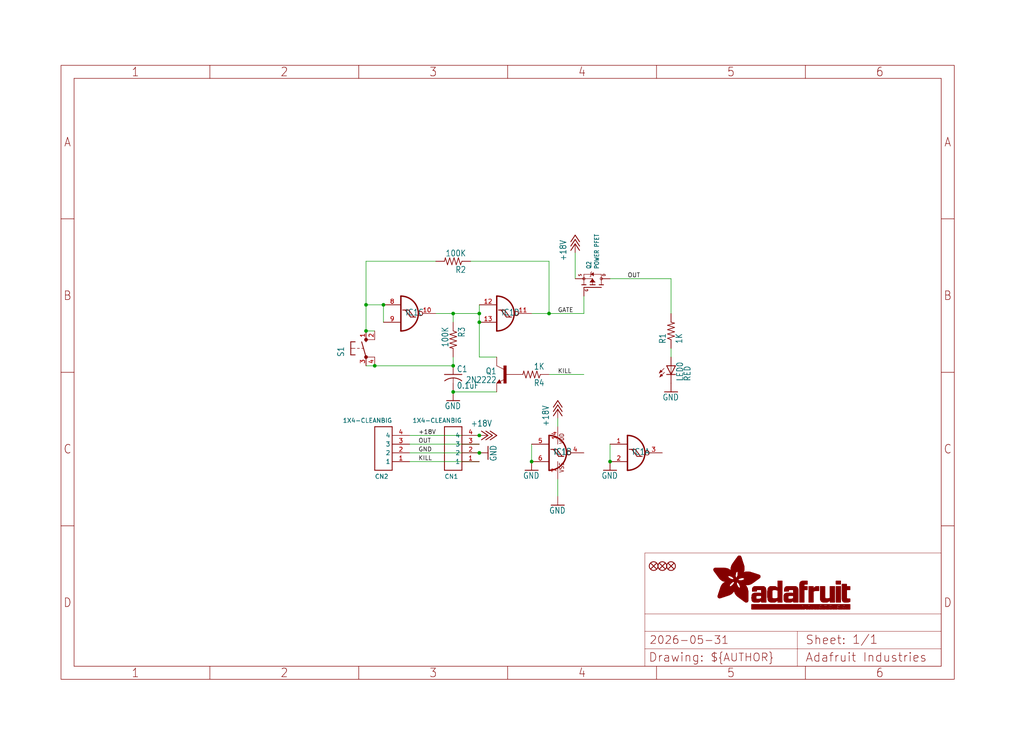
<source format=kicad_sch>
(kicad_sch (version 20230121) (generator eeschema)
  (paper "User" 298.45 217.322)
  (lib_symbols
    (symbol "working-eagle-import:+18V" (power)
      (property "Value" "+18V" (at -2.54 -5.08 90))
      (symbol "+18V_1_0"
        (pin power_in line (at 0 -2.54 90) (length 2.54) (name "+18V") (number "1"))
      )
    )
    (symbol "working-eagle-import:-NPN-SOT23-BEC"
      (property "Reference" "T" (at -10.16 7.62 0))
      (symbol "-NPN-SOT23-BEC_1_0"
        (pin passive line (at -2.54 0 0) (length 2.54) (name "B") (number "B"))
        (pin passive line (at 2.54 5.08 270) (length 2.54) (name "C") (number "C"))
        (pin passive line (at 2.54 -5.08 90) (length 2.54) (name "E") (number "E"))
      )
    )
    (symbol "working-eagle-import:1X4-CLEANBIG"
      (property "Reference" "CN" (at 5.08 7.62 0))
      (symbol "1X4-CLEANBIG_1_0"
        (pin bidirectional line (at -5.08 2.54 0) (length 5.08) (name "1") (number "1"))
        (pin bidirectional line (at -5.08 0 0) (length 5.08) (name "2") (number "2"))
        (pin bidirectional line (at -5.08 -2.54 0) (length 5.08) (name "3") (number "3"))
        (pin bidirectional line (at -5.08 -5.08 0) (length 5.08) (name "4") (number "4"))
      )
    )
    (symbol "working-eagle-import:40-XX-ROUND"
      (property "Reference" "S" (at -6.35 -2.54 90))
      (symbol "40-XX-ROUND_1_0"
        (pin passive line (at 0 5.08 270) (length 2.54) (name "S") (number "1"))
        (pin passive line (at 2.54 5.08 270) (length 2.54) (name "S1") (number "2"))
        (pin passive line (at 0 -5.08 90) (length 2.54) (name "P") (number "3"))
        (pin passive line (at 2.54 -5.08 90) (length 2.54) (name "P1") (number "4"))
      )
    )
    (symbol "working-eagle-import:4093DT"
      (property "Reference" "IC" (at -1.27 -0.635 0))
      (symbol "4093DT_1_0"
        (pin input line (at -7.62 2.54 0) (length 5.08) (name "I0") (number "1"))
        (pin input line (at -7.62 -2.54 0) (length 5.08) (name "I1") (number "2"))
        (pin output inverted (at 7.62 0 180) (length 5.08) (name "O") (number "3"))
      )
      (symbol "4093DT_2_0"
        (pin output inverted (at 7.62 0 180) (length 5.08) (name "O") (number "4"))
        (pin input line (at -7.62 2.54 0) (length 5.08) (name "I0") (number "5"))
        (pin input line (at -7.62 -2.54 0) (length 5.08) (name "I1") (number "6"))
      )
      (symbol "4093DT_3_0"
        (pin output inverted (at 7.62 0 180) (length 5.08) (name "O") (number "10"))
        (pin input line (at -7.62 2.54 0) (length 5.08) (name "I0") (number "8"))
        (pin input line (at -7.62 -2.54 0) (length 5.08) (name "I1") (number "9"))
      )
      (symbol "4093DT_4_0"
        (pin output inverted (at 7.62 0 180) (length 5.08) (name "O") (number "11"))
        (pin input line (at -7.62 2.54 0) (length 5.08) (name "I0") (number "12"))
        (pin input line (at -7.62 -2.54 0) (length 5.08) (name "I1") (number "13"))
      )
      (symbol "4093DT_5_0"
        (text "VDD" (at 1.905 2.54 900) (effects (font (size 1.27 1.0795)) (justify left bottom)))
        (text "VSS" (at 1.905 -5.842 900) (effects (font (size 1.27 1.0795)) (justify left bottom)))
        (pin power_in line (at 0 7.62 270) (length 5.08) (name "VDD") (number "14"))
        (pin power_in line (at 0 -7.62 90) (length 5.08) (name "VSS") (number "7"))
      )
    )
    (symbol "working-eagle-import:C-USC0805"
      (property "Reference" "C" (at 1.016 0.635 0))
      (symbol "C-USC0805_1_0"
        (pin passive line (at 0 2.54 270) (length 2.54) (name "1") (number "1"))
        (pin passive line (at 0 -5.08 90) (length 2.54) (name "2") (number "2"))
      )
    )
    (symbol "working-eagle-import:FIDUCIAL{dblquote}{dblquote}")
    (symbol "working-eagle-import:FRAME_A4_ADAFRUIT"
      (symbol "FRAME_A4_ADAFRUIT_1_0"
        (text "${#}/${##}" (at 230.505 10.16 0) (effects (font (size 2.54 2.54)) (justify left bottom)))
        (text "${AUTHOR}" (at 189.23 5.08 0) (effects (font (size 2.286 2.286)) (justify left bottom)))
        (text "${CURRENT_DATE}" (at 171.45 10.16 0) (effects (font (size 2.286 2.286)) (justify left bottom)))
        (text "${PROJECTNAME}" (at 171.45 15.24 0) (effects (font (size 2.54 2.54)) (justify left bottom)))
        (text "1" (at 21.6958 1.905 0) (effects (font (size 2.54 2.286))))
        (text "1" (at 21.6958 177.165 0) (effects (font (size 2.54 2.286))))
        (text "2" (at 65.0875 1.905 0) (effects (font (size 2.54 2.286))))
        (text "2" (at 65.0875 177.165 0) (effects (font (size 2.54 2.286))))
        (text "3" (at 108.4792 1.905 0) (effects (font (size 2.54 2.286))))
        (text "3" (at 108.4792 177.165 0) (effects (font (size 2.54 2.286))))
        (text "4" (at 151.8708 1.905 0) (effects (font (size 2.54 2.286))))
        (text "4" (at 151.8708 177.165 0) (effects (font (size 2.54 2.286))))
        (text "5" (at 195.2625 1.905 0) (effects (font (size 2.54 2.286))))
        (text "5" (at 195.2625 177.165 0) (effects (font (size 2.54 2.286))))
        (text "6" (at 238.6542 1.905 0) (effects (font (size 2.54 2.286))))
        (text "6" (at 238.6542 177.165 0) (effects (font (size 2.54 2.286))))
        (text "A" (at 1.905 156.6863 0) (effects (font (size 2.54 2.286))))
        (text "A" (at 258.445 156.6863 0) (effects (font (size 2.54 2.286))))
        (text "Adafruit Industries" (at 216.916 4.953 0) (effects (font (size 2.54 2.54)) (justify left bottom)))
        (text "B" (at 1.905 111.9188 0) (effects (font (size 2.54 2.286))))
        (text "B" (at 258.445 111.9188 0) (effects (font (size 2.54 2.286))))
        (text "C" (at 1.905 67.1513 0) (effects (font (size 2.54 2.286))))
        (text "C" (at 258.445 67.1513 0) (effects (font (size 2.54 2.286))))
        (text "D" (at 1.905 22.3838 0) (effects (font (size 2.54 2.286))))
        (text "D" (at 258.445 22.3838 0) (effects (font (size 2.54 2.286))))
        (text "Drawing:" (at 171.196 4.953 0) (effects (font (size 2.54 2.54)) (justify left bottom)))
        (text "Sheet:" (at 216.916 10.033 0) (effects (font (size 2.54 2.54)) (justify left bottom)))
      )
    )
    (symbol "working-eagle-import:GND" (power)
      (property "Value" "GND" (at -2.54 -2.54 0))
      (symbol "GND_1_0"
        (pin power_in line (at 0 2.54 270) (length 2.54) (name "GND") (number "1"))
      )
    )
    (symbol "working-eagle-import:LEDCHIP-LED0805"
      (property "Reference" "LED" (at 3.556 -4.572 90))
      (symbol "LEDCHIP-LED0805_1_0"
        (pin passive line (at 0 2.54 270) (length 2.54) (name "A") (number "A"))
        (pin passive line (at 0 -5.08 90) (length 2.54) (name "C") (number "C"))
      )
    )
    (symbol "working-eagle-import:MOSFET-PWIDE"
      (property "Reference" "Q" (at 2.794 0.381 0))
      (symbol "MOSFET-PWIDE_1_0"
        (text "D" (at 0.635 -3.81 0) (effects (font (size 0.8128 0.6908)) (justify left bottom)))
        (text "G" (at -3.81 1.27 0) (effects (font (size 0.8128 0.6908)) (justify left bottom)))
        (text "S" (at 0.635 3.175 0) (effects (font (size 0.8128 0.6908)) (justify left bottom)))
        (pin passive line (at -5.08 2.54 0) (length 2.54) (name "G") (number "1"))
        (pin passive line (at 0 5.08 270) (length 2.54) (name "S") (number "2"))
        (pin passive line (at 0 -5.08 90) (length 2.54) (name "D") (number "3"))
      )
    )
    (symbol "working-eagle-import:R-US_R0805"
      (property "Reference" "R" (at -3.81 1.4986 0))
      (symbol "R-US_R0805_1_0"
        (pin passive line (at -5.08 0 0) (length 2.54) (name "1") (number "1"))
        (pin passive line (at 5.08 0 180) (length 2.54) (name "2") (number "2"))
      )
    )
    (symbol "working-eagle-import:rcl_R-US_R0805"
      (property "Reference" "R" (at -3.81 1.4986 0))
      (symbol "rcl_R-US_R0805_1_0"
        (pin passive line (at -5.08 0 0) (length 2.54) (name "1") (number "1"))
        (pin passive line (at 5.08 0 180) (length 2.54) (name "2") (number "2"))
      )
    )
  )
  (junction (at 139.7 127))
  (junction (at 139.7 91.44))
  (junction (at 111.76 88.9))
  (junction (at 139.7 93.98))
  (junction (at 160.02 91.44))
  (junction (at 139.7 132.08))
  (junction (at 177.8 134.62))
  (junction (at 109.22 106.68))
  (junction (at 132.08 114.3))
  (junction (at 132.08 91.44))
  (junction (at 132.08 106.68))
  (junction (at 106.68 88.9))
  (junction (at 154.94 134.62))
  (junction (at 106.68 96.52))
  (wire (pts (xy 139.7 104.14) (xy 139.7 93.98)) (stroke (width 0.1524)))
  (wire (pts (xy 106.68 96.52) (xy 109.22 96.52)) (stroke (width 0.1524)))
  (wire (pts (xy 111.76 88.9) (xy 111.76 93.98)) (stroke (width 0.1524)))
  (wire (pts (xy 162.56 139.7) (xy 162.56 144.78)) (stroke (width 0.1524)))
  (wire (pts (xy 160.02 76.2) (xy 160.02 91.44)) (stroke (width 0.1524)))
  (wire (pts (xy 139.7 91.44) (xy 139.7 88.9)) (stroke (width 0.1524)))
  (wire (pts (xy 154.94 134.62) (xy 154.94 129.54)) (stroke (width 0.1524)))
  (wire (pts (xy 127 91.44) (xy 132.08 91.44)) (stroke (width 0.1524)))
  (wire (pts (xy 139.7 93.98) (xy 139.7 91.44)) (stroke (width 0.1524)))
  (wire (pts (xy 119.38 129.54) (xy 139.7 129.54)) (stroke (width 0.1524)))
  (wire (pts (xy 109.22 106.68) (xy 132.08 106.68)) (stroke (width 0.1524)))
  (wire (pts (xy 160.02 109.22) (xy 170.18 109.22)) (stroke (width 0.1524)))
  (wire (pts (xy 195.58 81.28) (xy 195.58 91.44)) (stroke (width 0.1524)))
  (wire (pts (xy 119.38 134.62) (xy 139.7 134.62)) (stroke (width 0.1524)))
  (wire (pts (xy 160.02 91.44) (xy 170.18 91.44)) (stroke (width 0.1524)))
  (wire (pts (xy 119.38 127) (xy 139.7 127)) (stroke (width 0.1524)))
  (wire (pts (xy 111.76 88.9) (xy 106.68 88.9)) (stroke (width 0.1524)))
  (wire (pts (xy 132.08 91.44) (xy 139.7 91.44)) (stroke (width 0.1524)))
  (wire (pts (xy 170.18 91.44) (xy 170.18 86.36)) (stroke (width 0.1524)))
  (wire (pts (xy 195.58 104.14) (xy 195.58 101.6)) (stroke (width 0.1524)))
  (wire (pts (xy 167.64 73.66) (xy 167.64 81.28)) (stroke (width 0.1524)))
  (wire (pts (xy 132.08 114.3) (xy 144.78 114.3)) (stroke (width 0.1524)))
  (wire (pts (xy 162.56 124.46) (xy 162.56 121.92)) (stroke (width 0.1524)))
  (wire (pts (xy 106.68 96.52) (xy 106.68 88.9)) (stroke (width 0.1524)))
  (wire (pts (xy 177.8 81.28) (xy 195.58 81.28)) (stroke (width 0.1524)))
  (wire (pts (xy 132.08 106.68) (xy 132.08 104.14)) (stroke (width 0.1524)))
  (wire (pts (xy 119.38 132.08) (xy 139.7 132.08)) (stroke (width 0.1524)))
  (wire (pts (xy 132.08 91.44) (xy 132.08 93.98)) (stroke (width 0.1524)))
  (wire (pts (xy 144.78 104.14) (xy 139.7 104.14)) (stroke (width 0.1524)))
  (wire (pts (xy 137.16 76.2) (xy 160.02 76.2)) (stroke (width 0.1524)))
  (wire (pts (xy 177.8 129.54) (xy 177.8 134.62)) (stroke (width 0.1524)))
  (wire (pts (xy 106.68 76.2) (xy 127 76.2)) (stroke (width 0.1524)))
  (wire (pts (xy 106.68 88.9) (xy 106.68 76.2)) (stroke (width 0.1524)))
  (wire (pts (xy 106.68 106.68) (xy 109.22 106.68)) (stroke (width 0.1524)))
  (wire (pts (xy 154.94 91.44) (xy 160.02 91.44)) (stroke (width 0.1524)))
  (label "KILL" (at 121.92 134.62 0) (effects (font (size 1.2446 1.2446))))
  (label "OUT" (at 182.88 81.28 0) (effects (font (size 1.2446 1.2446))))
  (label "KILL" (at 162.56 109.22 0) (effects (font (size 1.2446 1.2446))))
  (label "+18V" (at 121.92 127 0) (effects (font (size 1.2446 1.2446))))
  (label "OUT" (at 121.92 129.54 0) (effects (font (size 1.2446 1.2446))))
  (label "GND" (at 121.92 132.08 0) (effects (font (size 1.2446 1.2446))))
  (label "GATE" (at 162.56 91.44 0) (effects (font (size 1.2446 1.2446))))
  (symbol (lib_id "working-eagle-import:4093DT") (at 147.32 91.44 0) (unit 4)
    (property "Reference" "IC1" (at 146.05 92.075 0) (effects (font (size 1.778 1.5113)) (justify left bottom)))
    (property "Value" "4093DT" (effects hide))
    (property "Footprint" "working:MC14093B-TSSOP14" (effects hide))
  )
  (symbol (lib_id "working-eagle-import:rcl_R-US_R0805") (at 132.08 99.06 270) (unit 1)
    (property "Reference" "R3" (at 133.5786 95.25 0) (effects (font (size 1.778 1.5113)) (justify left bottom)))
    (property "Value" "100K" (at 128.778 95.25 0) (effects (font (size 1.778 1.5113)) (justify left bottom)))
    (property "Footprint" "working:R0805" (effects hide))
  )
  (symbol (lib_id "working-eagle-import:1X4-CLEANBIG") (at 114.3 132.08 180) (unit 1)
    (property "Reference" "CN2" (at 109.22 139.7 0) (effects (justify right top)))
    (property "Value" "1X4-CLEANBIG" (at 114.3 121.92 0) (effects (justify left bottom)))
    (property "Footprint" "working:1X04-CLEANBIG" (effects hide))
  )
  (symbol (lib_id "working-eagle-import:FIDUCIAL{dblquote}{dblquote}") (at 195.58 165.1 0) (unit 1)
    (property "Reference" "FID3" (effects hide))
    (property "Value" "FIDUCIAL{dblquote}{dblquote}" (effects hide))
    (property "Footprint" "working:FIDUCIAL_1MM" (effects hide))
  )
  (symbol (lib_id "working-eagle-import:+18V") (at 142.24 127 270) (unit 1)
    (property "Reference" "#P+3" (effects hide))
    (property "Value" "+18V" (at 137.16 124.46 90) (effects (font (size 1.778 1.5113)) (justify left bottom)))
  )
  (symbol (lib_id "working-eagle-import:LEDCHIP-LED0805") (at 195.58 106.68 0) (unit 1)
    (property "Reference" "LED0" (at 199.136 111.252 90) (effects (font (size 1.778 1.5113)) (justify left bottom)))
    (property "Value" "RED" (at 201.295 111.252 90) (effects (font (size 1.778 1.5113)) (justify left bottom)))
    (property "Footprint" "working:CHIP-LED0805" (effects hide))
  )
  (symbol (lib_id "working-eagle-import:GND") (at 154.94 137.16 0) (unit 1)
    (property "Reference" "#GND4" (effects hide))
    (property "Value" "GND" (at 152.4 139.7 0) (effects (font (size 1.778 1.5113)) (justify left bottom)))
  )
  (symbol (lib_id "working-eagle-import:40-XX-ROUND") (at 106.68 101.6 0) (unit 1)
    (property "Reference" "S1" (at 100.33 104.14 90) (effects (font (size 1.778 1.5113)) (justify left bottom)))
    (property "Value" "40-XX-ROUND" (effects hide))
    (property "Footprint" "working:B3F-40XX-ROUND" (effects hide))
  )
  (symbol (lib_id "working-eagle-import:FIDUCIAL{dblquote}{dblquote}") (at 190.5 165.1 0) (unit 1)
    (property "Reference" "FID1" (effects hide))
    (property "Value" "FIDUCIAL{dblquote}{dblquote}" (effects hide))
    (property "Footprint" "working:FIDUCIAL_1MM" (effects hide))
  )
  (symbol (lib_id "working-eagle-import:+18V") (at 162.56 119.38 0) (unit 1)
    (property "Reference" "#P+1" (effects hide))
    (property "Value" "+18V" (at 160.02 124.46 90) (effects (font (size 1.778 1.5113)) (justify left bottom)))
  )
  (symbol (lib_id "working-eagle-import:rcl_R-US_R0805") (at 132.08 76.2 180) (unit 1)
    (property "Reference" "R2" (at 135.89 77.6986 0) (effects (font (size 1.778 1.5113)) (justify left bottom)))
    (property "Value" "100K" (at 135.89 72.898 0) (effects (font (size 1.778 1.5113)) (justify left bottom)))
    (property "Footprint" "working:R0805" (effects hide))
  )
  (symbol (lib_id "working-eagle-import:GND") (at 162.56 147.32 0) (unit 1)
    (property "Reference" "#GND1" (effects hide))
    (property "Value" "GND" (at 160.02 149.86 0) (effects (font (size 1.778 1.5113)) (justify left bottom)))
  )
  (symbol (lib_id "working-eagle-import:GND") (at 142.24 132.08 90) (unit 1)
    (property "Reference" "#GND5" (effects hide))
    (property "Value" "GND" (at 144.78 134.62 0) (effects (font (size 1.778 1.5113)) (justify left bottom)))
  )
  (symbol (lib_id "working-eagle-import:rcl_R-US_R0805") (at 195.58 96.52 90) (unit 1)
    (property "Reference" "R1" (at 194.0814 100.33 0) (effects (font (size 1.778 1.5113)) (justify left bottom)))
    (property "Value" "1K" (at 198.882 100.33 0) (effects (font (size 1.778 1.5113)) (justify left bottom)))
    (property "Footprint" "working:R0805" (effects hide))
  )
  (symbol (lib_id "working-eagle-import:4093DT") (at 119.38 91.44 0) (unit 3)
    (property "Reference" "IC1" (at 118.11 92.075 0) (effects (font (size 1.778 1.5113)) (justify left bottom)))
    (property "Value" "4093DT" (effects hide))
    (property "Footprint" "working:MC14093B-TSSOP14" (effects hide))
  )
  (symbol (lib_id "working-eagle-import:MOSFET-PWIDE") (at 172.72 81.28 90) (unit 1)
    (property "Reference" "Q2" (at 172.339 78.486 0) (effects (font (size 1.27 1.0795)) (justify left bottom)))
    (property "Value" "POWER PFET" (at 174.625 78.486 0) (effects (font (size 1.27 1.0795)) (justify left bottom)))
    (property "Footprint" "working:SOT23-WIDE" (effects hide))
  )
  (symbol (lib_id "working-eagle-import:+18V") (at 167.64 71.12 0) (unit 1)
    (property "Reference" "#P+2" (effects hide))
    (property "Value" "+18V" (at 165.1 76.2 90) (effects (font (size 1.778 1.5113)) (justify left bottom)))
  )
  (symbol (lib_id "working-eagle-import:C-USC0805") (at 132.08 109.22 0) (unit 1)
    (property "Reference" "C1" (at 133.096 108.585 0) (effects (font (size 1.778 1.5113)) (justify left bottom)))
    (property "Value" "0.1uF" (at 133.096 113.411 0) (effects (font (size 1.778 1.5113)) (justify left bottom)))
    (property "Footprint" "working:C0805" (effects hide))
  )
  (symbol (lib_id "working-eagle-import:GND") (at 177.8 137.16 0) (unit 1)
    (property "Reference" "#GND6" (effects hide))
    (property "Value" "GND" (at 175.26 139.7 0) (effects (font (size 1.778 1.5113)) (justify left bottom)))
  )
  (symbol (lib_id "working-eagle-import:-NPN-SOT23-BEC") (at 147.32 109.22 0) (mirror y) (unit 1)
    (property "Reference" "Q1" (at 144.78 109.22 0) (effects (font (size 1.778 1.5113)) (justify left bottom)))
    (property "Value" "2N2222" (at 144.78 111.76 0) (effects (font (size 1.778 1.5113)) (justify left bottom)))
    (property "Footprint" "working:SOT23-BEC" (effects hide))
  )
  (symbol (lib_id "working-eagle-import:4093DT") (at 185.42 132.08 0) (unit 1)
    (property "Reference" "IC1" (at 184.15 132.715 0) (effects (font (size 1.778 1.5113)) (justify left bottom)))
    (property "Value" "4093DT" (effects hide))
    (property "Footprint" "working:MC14093B-TSSOP14" (effects hide))
  )
  (symbol (lib_id "working-eagle-import:GND") (at 195.58 114.3 0) (unit 1)
    (property "Reference" "#GND3" (effects hide))
    (property "Value" "GND" (at 193.04 116.84 0) (effects (font (size 1.778 1.5113)) (justify left bottom)))
  )
  (symbol (lib_id "working-eagle-import:R-US_R0805") (at 154.94 109.22 180) (unit 1)
    (property "Reference" "R4" (at 158.75 110.7186 0) (effects (font (size 1.778 1.5113)) (justify left bottom)))
    (property "Value" "1K" (at 158.75 105.918 0) (effects (font (size 1.778 1.5113)) (justify left bottom)))
    (property "Footprint" "working:R0805" (effects hide))
  )
  (symbol (lib_id "working-eagle-import:1X4-CLEANBIG") (at 134.62 132.08 180) (unit 1)
    (property "Reference" "CN1" (at 129.54 139.7 0) (effects (justify right top)))
    (property "Value" "1X4-CLEANBIG" (at 134.62 121.92 0) (effects (justify left bottom)))
    (property "Footprint" "working:1X04-CLEANBIG" (effects hide))
  )
  (symbol (lib_id "working-eagle-import:FIDUCIAL{dblquote}{dblquote}") (at 193.04 165.1 0) (unit 1)
    (property "Reference" "FID2" (effects hide))
    (property "Value" "FIDUCIAL{dblquote}{dblquote}" (effects hide))
    (property "Footprint" "working:FIDUCIAL_1MM" (effects hide))
  )
  (symbol (lib_id "working-eagle-import:4093DT") (at 162.56 132.08 0) (unit 2)
    (property "Reference" "IC1" (at 161.29 132.715 0) (effects (font (size 1.778 1.5113)) (justify left bottom)))
    (property "Value" "4093DT" (effects hide))
    (property "Footprint" "working:MC14093B-TSSOP14" (effects hide))
  )
  (symbol (lib_id "working-eagle-import:FRAME_A4_ADAFRUIT") (at 17.78 198.12 0) (unit 1)
    (property "Reference" "#U$3" (effects hide))
    (property "Value" "FRAME_A4_ADAFRUIT" (effects hide))
  )
  (symbol (lib_id "working-eagle-import:GND") (at 132.08 116.84 0) (unit 1)
    (property "Reference" "#GND2" (effects hide))
    (property "Value" "GND" (at 129.54 119.38 0) (effects (font (size 1.778 1.5113)) (justify left bottom)))
  )
  (symbol (lib_id "working-eagle-import:4093DT") (at 162.56 132.08 0) (unit 5)
    (property "Reference" "IC1" (at 161.29 132.715 0) (effects (font (size 1.778 1.5113)) (justify left bottom)))
    (property "Value" "4093DT" (effects hide))
    (property "Footprint" "working:MC14093B-TSSOP14" (effects hide))
  )
)
</source>
